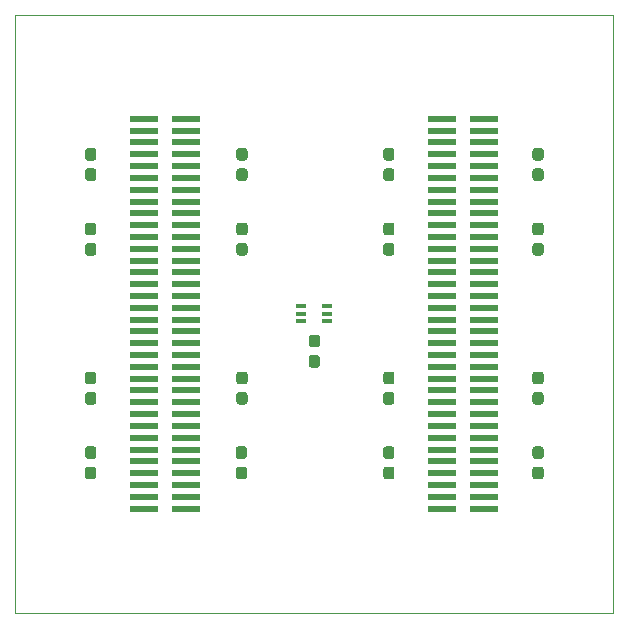
<source format=gbr>
%TF.GenerationSoftware,KiCad,Pcbnew,5.1.9-73d0e3b20d~88~ubuntu20.04.1*%
%TF.CreationDate,2021-02-23T08:17:13-05:00*%
%TF.ProjectId,SiPM_Board,5369504d-5f42-46f6-9172-642e6b696361,rev?*%
%TF.SameCoordinates,Original*%
%TF.FileFunction,Soldermask,Bot*%
%TF.FilePolarity,Negative*%
%FSLAX46Y46*%
G04 Gerber Fmt 4.6, Leading zero omitted, Abs format (unit mm)*
G04 Created by KiCad (PCBNEW 5.1.9-73d0e3b20d~88~ubuntu20.04.1) date 2021-02-23 08:17:13*
%MOMM*%
%LPD*%
G01*
G04 APERTURE LIST*
%TA.AperFunction,Profile*%
%ADD10C,0.050000*%
%TD*%
%ADD11R,2.413000X0.558800*%
%ADD12R,0.900000X0.400000*%
G04 APERTURE END LIST*
D10*
X124680000Y-125320000D02*
X124680000Y-74680000D01*
X175320000Y-125320000D02*
X124680000Y-125320000D01*
X175320000Y-74680000D02*
X175320000Y-125320000D01*
X124680000Y-74680000D02*
X175320000Y-74680000D01*
D11*
%TO.C,J2*%
X160852000Y-116502634D03*
X164408000Y-116502634D03*
X160852000Y-115502636D03*
X164408000Y-115502636D03*
X160852000Y-114502638D03*
X164408000Y-114502638D03*
X160852000Y-113502640D03*
X164408000Y-113502640D03*
X160852000Y-112502642D03*
X164408000Y-112502642D03*
X160852000Y-111502644D03*
X164408000Y-111502644D03*
X160852000Y-110502646D03*
X164408000Y-110502646D03*
X160852000Y-109502648D03*
X164408000Y-109502648D03*
X160852000Y-108502650D03*
X164408000Y-108502650D03*
X160852000Y-107502652D03*
X164408000Y-107502652D03*
X160852000Y-106502654D03*
X164408000Y-106502654D03*
X160852000Y-105502656D03*
X164408000Y-105502656D03*
X160852000Y-104502658D03*
X164408000Y-104502658D03*
X160852000Y-103502660D03*
X164408000Y-103502660D03*
X160852000Y-102502662D03*
X164408000Y-102502662D03*
X160852000Y-101502664D03*
X164408000Y-101502664D03*
X160852000Y-100502666D03*
X164408000Y-100502666D03*
X160852000Y-99502668D03*
X164408000Y-99502668D03*
X160852000Y-98502670D03*
X164408000Y-98502670D03*
X160852000Y-97502672D03*
X164408000Y-97502672D03*
X160852000Y-96502674D03*
X164408000Y-96502674D03*
X160852000Y-95502676D03*
X164408000Y-95502676D03*
X160852000Y-94502678D03*
X164408000Y-94502678D03*
X160852000Y-93502680D03*
X164408000Y-93502680D03*
X160852000Y-92502682D03*
X164408000Y-92502682D03*
X160852000Y-91502684D03*
X164408000Y-91502684D03*
X160852000Y-90502686D03*
X164408000Y-90502686D03*
X160852000Y-89502688D03*
X164408000Y-89502688D03*
X160852000Y-88502690D03*
X164408000Y-88502690D03*
X160852000Y-87502692D03*
X164408000Y-87502692D03*
X160852000Y-86502694D03*
X164408000Y-86502694D03*
X160852000Y-85502696D03*
X164408000Y-85502696D03*
X160852000Y-84502698D03*
X164408000Y-84502698D03*
X164408000Y-83502700D03*
X160852000Y-83502700D03*
%TD*%
%TO.C,J1*%
X135592000Y-83502700D03*
X139148000Y-83502700D03*
X139148000Y-84502698D03*
X135592000Y-84502698D03*
X139148000Y-85502696D03*
X135592000Y-85502696D03*
X139148000Y-86502694D03*
X135592000Y-86502694D03*
X139148000Y-87502692D03*
X135592000Y-87502692D03*
X139148000Y-88502690D03*
X135592000Y-88502690D03*
X139148000Y-89502688D03*
X135592000Y-89502688D03*
X139148000Y-90502686D03*
X135592000Y-90502686D03*
X139148000Y-91502684D03*
X135592000Y-91502684D03*
X139148000Y-92502682D03*
X135592000Y-92502682D03*
X139148000Y-93502680D03*
X135592000Y-93502680D03*
X139148000Y-94502678D03*
X135592000Y-94502678D03*
X139148000Y-95502676D03*
X135592000Y-95502676D03*
X139148000Y-96502674D03*
X135592000Y-96502674D03*
X139148000Y-97502672D03*
X135592000Y-97502672D03*
X139148000Y-98502670D03*
X135592000Y-98502670D03*
X139148000Y-99502668D03*
X135592000Y-99502668D03*
X139148000Y-100502666D03*
X135592000Y-100502666D03*
X139148000Y-101502664D03*
X135592000Y-101502664D03*
X139148000Y-102502662D03*
X135592000Y-102502662D03*
X139148000Y-103502660D03*
X135592000Y-103502660D03*
X139148000Y-104502658D03*
X135592000Y-104502658D03*
X139148000Y-105502656D03*
X135592000Y-105502656D03*
X139148000Y-106502654D03*
X135592000Y-106502654D03*
X139148000Y-107502652D03*
X135592000Y-107502652D03*
X139148000Y-108502650D03*
X135592000Y-108502650D03*
X139148000Y-109502648D03*
X135592000Y-109502648D03*
X139148000Y-110502646D03*
X135592000Y-110502646D03*
X139148000Y-111502644D03*
X135592000Y-111502644D03*
X139148000Y-112502642D03*
X135592000Y-112502642D03*
X139148000Y-113502640D03*
X135592000Y-113502640D03*
X139148000Y-114502638D03*
X135592000Y-114502638D03*
X139148000Y-115502636D03*
X135592000Y-115502636D03*
X139148000Y-116502634D03*
X135592000Y-116502634D03*
%TD*%
%TO.C,C15*%
G36*
G01*
X156072500Y-111230000D02*
X156547500Y-111230000D01*
G75*
G02*
X156785000Y-111467500I0J-237500D01*
G01*
X156785000Y-112067500D01*
G75*
G02*
X156547500Y-112305000I-237500J0D01*
G01*
X156072500Y-112305000D01*
G75*
G02*
X155835000Y-112067500I0J237500D01*
G01*
X155835000Y-111467500D01*
G75*
G02*
X156072500Y-111230000I237500J0D01*
G01*
G37*
G36*
G01*
X156072500Y-112955000D02*
X156547500Y-112955000D01*
G75*
G02*
X156785000Y-113192500I0J-237500D01*
G01*
X156785000Y-113792500D01*
G75*
G02*
X156547500Y-114030000I-237500J0D01*
G01*
X156072500Y-114030000D01*
G75*
G02*
X155835000Y-113792500I0J237500D01*
G01*
X155835000Y-113192500D01*
G75*
G02*
X156072500Y-112955000I237500J0D01*
G01*
G37*
%TD*%
%TO.C,C9*%
G36*
G01*
X149762500Y-103505000D02*
X150237500Y-103505000D01*
G75*
G02*
X150475000Y-103742500I0J-237500D01*
G01*
X150475000Y-104342500D01*
G75*
G02*
X150237500Y-104580000I-237500J0D01*
G01*
X149762500Y-104580000D01*
G75*
G02*
X149525000Y-104342500I0J237500D01*
G01*
X149525000Y-103742500D01*
G75*
G02*
X149762500Y-103505000I237500J0D01*
G01*
G37*
G36*
G01*
X149762500Y-101780000D02*
X150237500Y-101780000D01*
G75*
G02*
X150475000Y-102017500I0J-237500D01*
G01*
X150475000Y-102617500D01*
G75*
G02*
X150237500Y-102855000I-237500J0D01*
G01*
X149762500Y-102855000D01*
G75*
G02*
X149525000Y-102617500I0J237500D01*
G01*
X149525000Y-102017500D01*
G75*
G02*
X149762500Y-101780000I237500J0D01*
G01*
G37*
%TD*%
D12*
%TO.C,U1*%
X151100000Y-99350000D03*
X151100000Y-100650000D03*
X148900000Y-100000000D03*
X151100000Y-100000000D03*
X148900000Y-100650000D03*
X148900000Y-99350000D03*
%TD*%
%TO.C,C5*%
G36*
G01*
X130822500Y-87695000D02*
X131297500Y-87695000D01*
G75*
G02*
X131535000Y-87932500I0J-237500D01*
G01*
X131535000Y-88532500D01*
G75*
G02*
X131297500Y-88770000I-237500J0D01*
G01*
X130822500Y-88770000D01*
G75*
G02*
X130585000Y-88532500I0J237500D01*
G01*
X130585000Y-87932500D01*
G75*
G02*
X130822500Y-87695000I237500J0D01*
G01*
G37*
G36*
G01*
X130822500Y-85970000D02*
X131297500Y-85970000D01*
G75*
G02*
X131535000Y-86207500I0J-237500D01*
G01*
X131535000Y-86807500D01*
G75*
G02*
X131297500Y-87045000I-237500J0D01*
G01*
X130822500Y-87045000D01*
G75*
G02*
X130585000Y-86807500I0J237500D01*
G01*
X130585000Y-86207500D01*
G75*
G02*
X130822500Y-85970000I237500J0D01*
G01*
G37*
%TD*%
%TO.C,C7*%
G36*
G01*
X143632500Y-85970000D02*
X144107500Y-85970000D01*
G75*
G02*
X144345000Y-86207500I0J-237500D01*
G01*
X144345000Y-86807500D01*
G75*
G02*
X144107500Y-87045000I-237500J0D01*
G01*
X143632500Y-87045000D01*
G75*
G02*
X143395000Y-86807500I0J237500D01*
G01*
X143395000Y-86207500D01*
G75*
G02*
X143632500Y-85970000I237500J0D01*
G01*
G37*
G36*
G01*
X143632500Y-87695000D02*
X144107500Y-87695000D01*
G75*
G02*
X144345000Y-87932500I0J-237500D01*
G01*
X144345000Y-88532500D01*
G75*
G02*
X144107500Y-88770000I-237500J0D01*
G01*
X143632500Y-88770000D01*
G75*
G02*
X143395000Y-88532500I0J237500D01*
G01*
X143395000Y-87932500D01*
G75*
G02*
X143632500Y-87695000I237500J0D01*
G01*
G37*
%TD*%
%TO.C,C6*%
G36*
G01*
X130822500Y-112955000D02*
X131297500Y-112955000D01*
G75*
G02*
X131535000Y-113192500I0J-237500D01*
G01*
X131535000Y-113792500D01*
G75*
G02*
X131297500Y-114030000I-237500J0D01*
G01*
X130822500Y-114030000D01*
G75*
G02*
X130585000Y-113792500I0J237500D01*
G01*
X130585000Y-113192500D01*
G75*
G02*
X130822500Y-112955000I237500J0D01*
G01*
G37*
G36*
G01*
X130822500Y-111230000D02*
X131297500Y-111230000D01*
G75*
G02*
X131535000Y-111467500I0J-237500D01*
G01*
X131535000Y-112067500D01*
G75*
G02*
X131297500Y-112305000I-237500J0D01*
G01*
X130822500Y-112305000D01*
G75*
G02*
X130585000Y-112067500I0J237500D01*
G01*
X130585000Y-111467500D01*
G75*
G02*
X130822500Y-111230000I237500J0D01*
G01*
G37*
%TD*%
%TO.C,C8*%
G36*
G01*
X143582500Y-111230000D02*
X144057500Y-111230000D01*
G75*
G02*
X144295000Y-111467500I0J-237500D01*
G01*
X144295000Y-112067500D01*
G75*
G02*
X144057500Y-112305000I-237500J0D01*
G01*
X143582500Y-112305000D01*
G75*
G02*
X143345000Y-112067500I0J237500D01*
G01*
X143345000Y-111467500D01*
G75*
G02*
X143582500Y-111230000I237500J0D01*
G01*
G37*
G36*
G01*
X143582500Y-112955000D02*
X144057500Y-112955000D01*
G75*
G02*
X144295000Y-113192500I0J-237500D01*
G01*
X144295000Y-113792500D01*
G75*
G02*
X144057500Y-114030000I-237500J0D01*
G01*
X143582500Y-114030000D01*
G75*
G02*
X143345000Y-113792500I0J237500D01*
G01*
X143345000Y-113192500D01*
G75*
G02*
X143582500Y-112955000I237500J0D01*
G01*
G37*
%TD*%
%TO.C,C14*%
G36*
G01*
X156072500Y-87695000D02*
X156547500Y-87695000D01*
G75*
G02*
X156785000Y-87932500I0J-237500D01*
G01*
X156785000Y-88532500D01*
G75*
G02*
X156547500Y-88770000I-237500J0D01*
G01*
X156072500Y-88770000D01*
G75*
G02*
X155835000Y-88532500I0J237500D01*
G01*
X155835000Y-87932500D01*
G75*
G02*
X156072500Y-87695000I237500J0D01*
G01*
G37*
G36*
G01*
X156072500Y-85970000D02*
X156547500Y-85970000D01*
G75*
G02*
X156785000Y-86207500I0J-237500D01*
G01*
X156785000Y-86807500D01*
G75*
G02*
X156547500Y-87045000I-237500J0D01*
G01*
X156072500Y-87045000D01*
G75*
G02*
X155835000Y-86807500I0J237500D01*
G01*
X155835000Y-86207500D01*
G75*
G02*
X156072500Y-85970000I237500J0D01*
G01*
G37*
%TD*%
%TO.C,C16*%
G36*
G01*
X168702500Y-85970000D02*
X169177500Y-85970000D01*
G75*
G02*
X169415000Y-86207500I0J-237500D01*
G01*
X169415000Y-86807500D01*
G75*
G02*
X169177500Y-87045000I-237500J0D01*
G01*
X168702500Y-87045000D01*
G75*
G02*
X168465000Y-86807500I0J237500D01*
G01*
X168465000Y-86207500D01*
G75*
G02*
X168702500Y-85970000I237500J0D01*
G01*
G37*
G36*
G01*
X168702500Y-87695000D02*
X169177500Y-87695000D01*
G75*
G02*
X169415000Y-87932500I0J-237500D01*
G01*
X169415000Y-88532500D01*
G75*
G02*
X169177500Y-88770000I-237500J0D01*
G01*
X168702500Y-88770000D01*
G75*
G02*
X168465000Y-88532500I0J237500D01*
G01*
X168465000Y-87932500D01*
G75*
G02*
X168702500Y-87695000I237500J0D01*
G01*
G37*
%TD*%
%TO.C,C17*%
G36*
G01*
X168702500Y-112955000D02*
X169177500Y-112955000D01*
G75*
G02*
X169415000Y-113192500I0J-237500D01*
G01*
X169415000Y-113792500D01*
G75*
G02*
X169177500Y-114030000I-237500J0D01*
G01*
X168702500Y-114030000D01*
G75*
G02*
X168465000Y-113792500I0J237500D01*
G01*
X168465000Y-113192500D01*
G75*
G02*
X168702500Y-112955000I237500J0D01*
G01*
G37*
G36*
G01*
X168702500Y-111230000D02*
X169177500Y-111230000D01*
G75*
G02*
X169415000Y-111467500I0J-237500D01*
G01*
X169415000Y-112067500D01*
G75*
G02*
X169177500Y-112305000I-237500J0D01*
G01*
X168702500Y-112305000D01*
G75*
G02*
X168465000Y-112067500I0J237500D01*
G01*
X168465000Y-111467500D01*
G75*
G02*
X168702500Y-111230000I237500J0D01*
G01*
G37*
%TD*%
%TO.C,C1*%
G36*
G01*
X130822500Y-94015000D02*
X131297500Y-94015000D01*
G75*
G02*
X131535000Y-94252500I0J-237500D01*
G01*
X131535000Y-94852500D01*
G75*
G02*
X131297500Y-95090000I-237500J0D01*
G01*
X130822500Y-95090000D01*
G75*
G02*
X130585000Y-94852500I0J237500D01*
G01*
X130585000Y-94252500D01*
G75*
G02*
X130822500Y-94015000I237500J0D01*
G01*
G37*
G36*
G01*
X130822500Y-92290000D02*
X131297500Y-92290000D01*
G75*
G02*
X131535000Y-92527500I0J-237500D01*
G01*
X131535000Y-93127500D01*
G75*
G02*
X131297500Y-93365000I-237500J0D01*
G01*
X130822500Y-93365000D01*
G75*
G02*
X130585000Y-93127500I0J237500D01*
G01*
X130585000Y-92527500D01*
G75*
G02*
X130822500Y-92290000I237500J0D01*
G01*
G37*
%TD*%
%TO.C,C3*%
G36*
G01*
X143632500Y-92290000D02*
X144107500Y-92290000D01*
G75*
G02*
X144345000Y-92527500I0J-237500D01*
G01*
X144345000Y-93127500D01*
G75*
G02*
X144107500Y-93365000I-237500J0D01*
G01*
X143632500Y-93365000D01*
G75*
G02*
X143395000Y-93127500I0J237500D01*
G01*
X143395000Y-92527500D01*
G75*
G02*
X143632500Y-92290000I237500J0D01*
G01*
G37*
G36*
G01*
X143632500Y-94015000D02*
X144107500Y-94015000D01*
G75*
G02*
X144345000Y-94252500I0J-237500D01*
G01*
X144345000Y-94852500D01*
G75*
G02*
X144107500Y-95090000I-237500J0D01*
G01*
X143632500Y-95090000D01*
G75*
G02*
X143395000Y-94852500I0J237500D01*
G01*
X143395000Y-94252500D01*
G75*
G02*
X143632500Y-94015000I237500J0D01*
G01*
G37*
%TD*%
%TO.C,C2*%
G36*
G01*
X130822500Y-106635000D02*
X131297500Y-106635000D01*
G75*
G02*
X131535000Y-106872500I0J-237500D01*
G01*
X131535000Y-107472500D01*
G75*
G02*
X131297500Y-107710000I-237500J0D01*
G01*
X130822500Y-107710000D01*
G75*
G02*
X130585000Y-107472500I0J237500D01*
G01*
X130585000Y-106872500D01*
G75*
G02*
X130822500Y-106635000I237500J0D01*
G01*
G37*
G36*
G01*
X130822500Y-104910000D02*
X131297500Y-104910000D01*
G75*
G02*
X131535000Y-105147500I0J-237500D01*
G01*
X131535000Y-105747500D01*
G75*
G02*
X131297500Y-105985000I-237500J0D01*
G01*
X130822500Y-105985000D01*
G75*
G02*
X130585000Y-105747500I0J237500D01*
G01*
X130585000Y-105147500D01*
G75*
G02*
X130822500Y-104910000I237500J0D01*
G01*
G37*
%TD*%
%TO.C,C4*%
G36*
G01*
X143632500Y-104910000D02*
X144107500Y-104910000D01*
G75*
G02*
X144345000Y-105147500I0J-237500D01*
G01*
X144345000Y-105747500D01*
G75*
G02*
X144107500Y-105985000I-237500J0D01*
G01*
X143632500Y-105985000D01*
G75*
G02*
X143395000Y-105747500I0J237500D01*
G01*
X143395000Y-105147500D01*
G75*
G02*
X143632500Y-104910000I237500J0D01*
G01*
G37*
G36*
G01*
X143632500Y-106635000D02*
X144107500Y-106635000D01*
G75*
G02*
X144345000Y-106872500I0J-237500D01*
G01*
X144345000Y-107472500D01*
G75*
G02*
X144107500Y-107710000I-237500J0D01*
G01*
X143632500Y-107710000D01*
G75*
G02*
X143395000Y-107472500I0J237500D01*
G01*
X143395000Y-106872500D01*
G75*
G02*
X143632500Y-106635000I237500J0D01*
G01*
G37*
%TD*%
%TO.C,C10*%
G36*
G01*
X156072500Y-94015000D02*
X156547500Y-94015000D01*
G75*
G02*
X156785000Y-94252500I0J-237500D01*
G01*
X156785000Y-94852500D01*
G75*
G02*
X156547500Y-95090000I-237500J0D01*
G01*
X156072500Y-95090000D01*
G75*
G02*
X155835000Y-94852500I0J237500D01*
G01*
X155835000Y-94252500D01*
G75*
G02*
X156072500Y-94015000I237500J0D01*
G01*
G37*
G36*
G01*
X156072500Y-92290000D02*
X156547500Y-92290000D01*
G75*
G02*
X156785000Y-92527500I0J-237500D01*
G01*
X156785000Y-93127500D01*
G75*
G02*
X156547500Y-93365000I-237500J0D01*
G01*
X156072500Y-93365000D01*
G75*
G02*
X155835000Y-93127500I0J237500D01*
G01*
X155835000Y-92527500D01*
G75*
G02*
X156072500Y-92290000I237500J0D01*
G01*
G37*
%TD*%
%TO.C,C12*%
G36*
G01*
X168702500Y-92290000D02*
X169177500Y-92290000D01*
G75*
G02*
X169415000Y-92527500I0J-237500D01*
G01*
X169415000Y-93127500D01*
G75*
G02*
X169177500Y-93365000I-237500J0D01*
G01*
X168702500Y-93365000D01*
G75*
G02*
X168465000Y-93127500I0J237500D01*
G01*
X168465000Y-92527500D01*
G75*
G02*
X168702500Y-92290000I237500J0D01*
G01*
G37*
G36*
G01*
X168702500Y-94015000D02*
X169177500Y-94015000D01*
G75*
G02*
X169415000Y-94252500I0J-237500D01*
G01*
X169415000Y-94852500D01*
G75*
G02*
X169177500Y-95090000I-237500J0D01*
G01*
X168702500Y-95090000D01*
G75*
G02*
X168465000Y-94852500I0J237500D01*
G01*
X168465000Y-94252500D01*
G75*
G02*
X168702500Y-94015000I237500J0D01*
G01*
G37*
%TD*%
%TO.C,C11*%
G36*
G01*
X156072500Y-106635000D02*
X156547500Y-106635000D01*
G75*
G02*
X156785000Y-106872500I0J-237500D01*
G01*
X156785000Y-107472500D01*
G75*
G02*
X156547500Y-107710000I-237500J0D01*
G01*
X156072500Y-107710000D01*
G75*
G02*
X155835000Y-107472500I0J237500D01*
G01*
X155835000Y-106872500D01*
G75*
G02*
X156072500Y-106635000I237500J0D01*
G01*
G37*
G36*
G01*
X156072500Y-104910000D02*
X156547500Y-104910000D01*
G75*
G02*
X156785000Y-105147500I0J-237500D01*
G01*
X156785000Y-105747500D01*
G75*
G02*
X156547500Y-105985000I-237500J0D01*
G01*
X156072500Y-105985000D01*
G75*
G02*
X155835000Y-105747500I0J237500D01*
G01*
X155835000Y-105147500D01*
G75*
G02*
X156072500Y-104910000I237500J0D01*
G01*
G37*
%TD*%
%TO.C,C13*%
G36*
G01*
X168702500Y-104910000D02*
X169177500Y-104910000D01*
G75*
G02*
X169415000Y-105147500I0J-237500D01*
G01*
X169415000Y-105747500D01*
G75*
G02*
X169177500Y-105985000I-237500J0D01*
G01*
X168702500Y-105985000D01*
G75*
G02*
X168465000Y-105747500I0J237500D01*
G01*
X168465000Y-105147500D01*
G75*
G02*
X168702500Y-104910000I237500J0D01*
G01*
G37*
G36*
G01*
X168702500Y-106635000D02*
X169177500Y-106635000D01*
G75*
G02*
X169415000Y-106872500I0J-237500D01*
G01*
X169415000Y-107472500D01*
G75*
G02*
X169177500Y-107710000I-237500J0D01*
G01*
X168702500Y-107710000D01*
G75*
G02*
X168465000Y-107472500I0J237500D01*
G01*
X168465000Y-106872500D01*
G75*
G02*
X168702500Y-106635000I237500J0D01*
G01*
G37*
%TD*%
M02*

</source>
